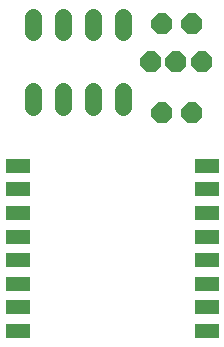
<source format=gts>
G04 EAGLE Gerber RS-274X export*
G75*
%MOMM*%
%FSLAX34Y34*%
%LPD*%
%INSoldermask Top*%
%IPPOS*%
%AMOC8*
5,1,8,0,0,1.08239X$1,22.5*%
G01*
%ADD10C,1.422400*%
%ADD11P,1.924489X8X202.500000*%
%ADD12P,1.924489X8X22.500000*%
%ADD13R,2.101600X1.301600*%


D10*
X88800Y391300D02*
X88800Y378092D01*
X63400Y378092D02*
X63400Y391300D01*
X38000Y391300D02*
X38000Y378092D01*
X12600Y378092D02*
X12600Y391300D01*
X12600Y328308D02*
X12600Y315100D01*
X38000Y315100D02*
X38000Y328308D01*
X63400Y328308D02*
X63400Y315100D01*
X88800Y315100D02*
X88800Y328308D01*
D11*
X155590Y353000D03*
X134000Y353000D03*
X112410Y353000D03*
X147700Y385000D03*
X122300Y385000D03*
D12*
X122300Y310000D03*
X147700Y310000D03*
D13*
X160000Y125000D03*
X160000Y145000D03*
X160000Y165000D03*
X160000Y185000D03*
X160000Y205000D03*
X160000Y225000D03*
X160000Y245000D03*
X160000Y265000D03*
X0Y265000D03*
X0Y245000D03*
X0Y225000D03*
X0Y205000D03*
X0Y185000D03*
X0Y165000D03*
X0Y145000D03*
X0Y125000D03*
M02*

</source>
